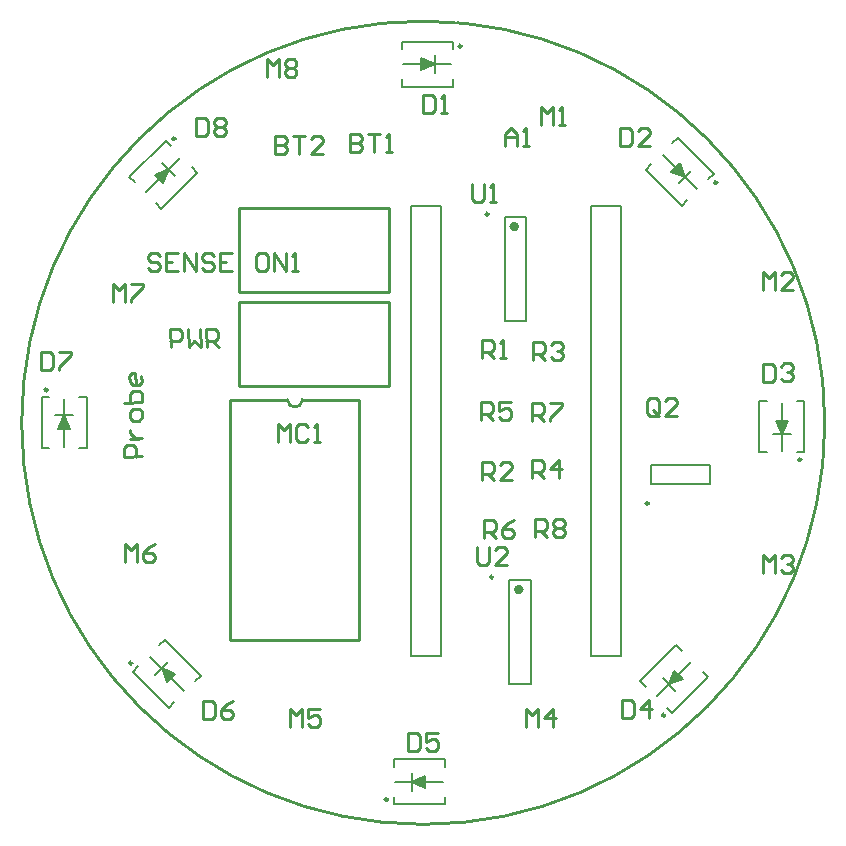
<source format=gto>
G04*
G04 #@! TF.GenerationSoftware,Altium Limited,CircuitMaker,2.1.0 (2.1.0.4)*
G04*
G04 Layer_Color=15132400*
%FSLAX44Y44*%
%MOMM*%
G71*
G04*
G04 #@! TF.SameCoordinates,92338436-DD38-40F9-96A6-762CB33EEFC5*
G04*
G04*
G04 #@! TF.FilePolarity,Positive*
G04*
G01*
G75*
%ADD10C,0.2540*%
%ADD11C,0.4000*%
%ADD12C,0.2500*%
%ADD13C,0.2000*%
%ADD14C,0.1270*%
G36*
X349709Y643834D02*
X338279Y638754D01*
Y648914D01*
X349709Y643834D01*
D02*
G37*
G36*
X561674Y548062D02*
X549999Y552552D01*
X557183Y559736D01*
X561674Y548062D01*
D02*
G37*
G36*
X120084Y542900D02*
X112900Y550084D01*
X124574Y554574D01*
X120084Y542900D01*
D02*
G37*
G36*
X41164Y335004D02*
X31004D01*
X36084Y346434D01*
X41164Y335004D01*
D02*
G37*
G36*
X643834Y330459D02*
X638754Y341889D01*
X648914D01*
X643834Y330459D01*
D02*
G37*
G36*
X130169Y127616D02*
X122985Y120432D01*
X118494Y132106D01*
X130169Y127616D01*
D02*
G37*
G36*
X559736Y122985D02*
X548062Y118494D01*
X552552Y130169D01*
X559736Y122985D01*
D02*
G37*
G36*
X341889Y31254D02*
X330459Y36334D01*
X341889Y41414D01*
Y31254D01*
D02*
G37*
D10*
X130334Y580617D02*
G03*
X130334Y580617I-1270J0D01*
G01*
X93722Y136596D02*
G03*
X93722Y136596I-1270J0D01*
G01*
X22114Y368024D02*
G03*
X22114Y368024I-1270J0D01*
G01*
X310139Y21094D02*
G03*
X310139Y21094I-1270J0D01*
G01*
X544842Y92452D02*
G03*
X544842Y92452I-1270J0D01*
G01*
X660344Y308869D02*
G03*
X660344Y308869I-1270J0D01*
G01*
X588986Y543572D02*
G03*
X588986Y543572I-1270J0D01*
G01*
X372569Y659074D02*
G03*
X372569Y659074I-1270J0D01*
G01*
X680084Y340084D02*
G03*
X680084Y340084I-340000J0D01*
G01*
X225084Y359704D02*
G03*
X237784Y359704I6350J0D01*
G01*
X311444Y451144D02*
Y522264D01*
X184444D02*
X311444D01*
X184444Y451144D02*
Y522264D01*
Y451144D02*
X311444D01*
X184444Y371134D02*
Y442254D01*
Y371134D02*
X311444D01*
Y442254D01*
X184444D02*
X311444D01*
X176824Y156504D02*
Y359704D01*
Y156504D02*
X286044D01*
Y359704D01*
X237784D02*
X286044D01*
X176824D02*
X225084D01*
X16804Y400085D02*
Y384850D01*
X24422D01*
X26961Y387389D01*
Y397546D01*
X24422Y400085D01*
X16804D01*
X32039D02*
X42196D01*
Y397546D01*
X32039Y387389D01*
Y384850D01*
X147388Y597701D02*
Y582467D01*
X155006D01*
X157545Y585006D01*
Y595162D01*
X155006Y597701D01*
X147388D01*
X162623Y595162D02*
X165162Y597701D01*
X170241D01*
X172780Y595162D01*
Y592623D01*
X170241Y590084D01*
X172780Y587545D01*
Y585006D01*
X170241Y582467D01*
X165162D01*
X162623Y585006D01*
Y587545D01*
X165162Y590084D01*
X162623Y592623D01*
Y595162D01*
X165162Y590084D02*
X170241D01*
X102288Y311543D02*
X87054Y311373D01*
X86969Y318990D01*
X89480Y321557D01*
X94558Y321614D01*
X97125Y319103D01*
X97210Y311486D01*
X91962Y326664D02*
X102118Y326777D01*
X97040Y326720D01*
X94473Y329231D01*
X91905Y331741D01*
X91877Y334281D01*
X101919Y344550D02*
X101863Y349628D01*
X99295Y352139D01*
X94217Y352082D01*
X91707Y349515D01*
X91763Y344437D01*
X94331Y341926D01*
X99409Y341983D01*
X101919Y344550D01*
X86543Y357075D02*
X101778Y357245D01*
X101692Y364862D01*
X99125Y367373D01*
X96586Y367345D01*
X94047Y367316D01*
X91536Y364749D01*
X91622Y357132D01*
X101522Y380096D02*
X101579Y375018D01*
X99068Y372451D01*
X93990Y372394D01*
X91423Y374905D01*
X91366Y379983D01*
X93877Y382550D01*
X96416Y382579D01*
X96529Y372423D01*
X540041Y348527D02*
Y358684D01*
X537501Y361223D01*
X532423D01*
X529884Y358684D01*
Y348527D01*
X532423Y345988D01*
X537501D01*
X534962Y351066D02*
X540041Y345988D01*
X537501D02*
X540041Y348527D01*
X555276Y345988D02*
X545119D01*
X555276Y356145D01*
Y358684D01*
X552737Y361223D01*
X547658D01*
X545119Y358684D01*
X339927Y617701D02*
Y602467D01*
X347545D01*
X350084Y605006D01*
Y615162D01*
X347545Y617701D01*
X339927D01*
X355162Y602467D02*
X360241D01*
X357702D01*
Y617701D01*
X355162Y615162D01*
X385358Y234731D02*
Y222035D01*
X387897Y219496D01*
X392976D01*
X395515Y222035D01*
Y234731D01*
X410750Y219496D02*
X400593D01*
X410750Y229653D01*
Y232192D01*
X408211Y234731D01*
X403132D01*
X400593Y232192D01*
X381548Y542071D02*
Y529375D01*
X384087Y526836D01*
X389165D01*
X391705Y529375D01*
Y542071D01*
X396783Y526836D02*
X401861D01*
X399322D01*
Y542071D01*
X396783Y539532D01*
X117151Y481622D02*
X114612Y484161D01*
X109534D01*
X106995Y481622D01*
Y479083D01*
X109534Y476544D01*
X114612D01*
X117151Y474005D01*
Y471466D01*
X114612Y468927D01*
X109534D01*
X106995Y471466D01*
X132386Y484161D02*
X122230D01*
Y468927D01*
X132386D01*
X122230Y476544D02*
X127308D01*
X137465Y468927D02*
Y484161D01*
X147621Y468927D01*
Y484161D01*
X162857Y481622D02*
X160317Y484161D01*
X155239D01*
X152700Y481622D01*
Y479083D01*
X155239Y476544D01*
X160317D01*
X162857Y474005D01*
Y471466D01*
X160317Y468927D01*
X155239D01*
X152700Y471466D01*
X178092Y484161D02*
X167935D01*
Y468927D01*
X178092D01*
X167935Y476544D02*
X173013D01*
X206022Y484161D02*
X200944D01*
X198405Y481622D01*
Y471466D01*
X200944Y468927D01*
X206022D01*
X208562Y471466D01*
Y481622D01*
X206022Y484161D01*
X213640Y468927D02*
Y484161D01*
X223797Y468927D01*
Y484161D01*
X228875Y468927D02*
X233953D01*
X231414D01*
Y484161D01*
X228875Y481622D01*
X434634Y243372D02*
Y258607D01*
X442252D01*
X444791Y256068D01*
Y250989D01*
X442252Y248450D01*
X434634D01*
X439712D02*
X444791Y243372D01*
X449869Y256068D02*
X452408Y258607D01*
X457487D01*
X460026Y256068D01*
Y253529D01*
X457487Y250989D01*
X460026Y248450D01*
Y245911D01*
X457487Y243372D01*
X452408D01*
X449869Y245911D01*
Y248450D01*
X452408Y250989D01*
X449869Y253529D01*
Y256068D01*
X452408Y250989D02*
X457487D01*
X432094Y341162D02*
Y356397D01*
X439711D01*
X442251Y353858D01*
Y348779D01*
X439711Y346240D01*
X432094D01*
X437172D02*
X442251Y341162D01*
X447329Y356397D02*
X457486D01*
Y353858D01*
X447329Y343701D01*
Y341162D01*
X391454Y242102D02*
Y257337D01*
X399072D01*
X401611Y254798D01*
Y249720D01*
X399072Y247180D01*
X391454D01*
X396532D02*
X401611Y242102D01*
X416846Y257337D02*
X411767Y254798D01*
X406689Y249720D01*
Y244641D01*
X409228Y242102D01*
X414307D01*
X416846Y244641D01*
Y247180D01*
X414307Y249720D01*
X406689D01*
X388914Y342432D02*
Y357667D01*
X396531D01*
X399071Y355128D01*
Y350050D01*
X396531Y347510D01*
X388914D01*
X393992D02*
X399071Y342432D01*
X414306Y357667D02*
X404149D01*
Y350050D01*
X409227Y352589D01*
X411767D01*
X414306Y350050D01*
Y344971D01*
X411767Y342432D01*
X406688D01*
X404149Y344971D01*
X432094Y292902D02*
Y308137D01*
X439711D01*
X442251Y305598D01*
Y300520D01*
X439711Y297980D01*
X432094D01*
X437172D02*
X442251Y292902D01*
X454947D02*
Y308137D01*
X447329Y300520D01*
X457486D01*
X433364Y393232D02*
Y408467D01*
X440981D01*
X443521Y405928D01*
Y400849D01*
X440981Y398310D01*
X433364D01*
X438442D02*
X443521Y393232D01*
X448599Y405928D02*
X451138Y408467D01*
X456217D01*
X458756Y405928D01*
Y403389D01*
X456217Y400849D01*
X453677D01*
X456217D01*
X458756Y398310D01*
Y395771D01*
X456217Y393232D01*
X451138D01*
X448599Y395771D01*
X390184Y291632D02*
Y306867D01*
X397802D01*
X400341Y304328D01*
Y299249D01*
X397802Y296710D01*
X390184D01*
X395262D02*
X400341Y291632D01*
X415576D02*
X405419D01*
X415576Y301789D01*
Y304328D01*
X413037Y306867D01*
X407958D01*
X405419Y304328D01*
X390184Y394502D02*
Y409737D01*
X397802D01*
X400341Y407198D01*
Y402119D01*
X397802Y399580D01*
X390184D01*
X395262D02*
X400341Y394502D01*
X405419D02*
X410497D01*
X407958D01*
Y409737D01*
X405419Y407198D01*
X126139Y403872D02*
X125926Y419106D01*
X133543Y419213D01*
X136117Y416710D01*
X136188Y411632D01*
X133685Y409057D01*
X126068Y408950D01*
X141159Y419320D02*
X141373Y404086D01*
X146380Y409235D01*
X151529Y404228D01*
X151315Y419462D01*
X156607Y404300D02*
X156393Y419533D01*
X164010Y419640D01*
X166584Y417137D01*
X166656Y412059D01*
X164152Y409484D01*
X156535Y409378D01*
X161613Y409449D02*
X166762Y404442D01*
X217470Y324146D02*
Y339381D01*
X222548Y334303D01*
X227626Y339381D01*
Y324146D01*
X242862Y336842D02*
X240322Y339381D01*
X235244D01*
X232705Y336842D01*
Y326686D01*
X235244Y324146D01*
X240322D01*
X242862Y326686D01*
X247940Y324146D02*
X253018D01*
X250479D01*
Y339381D01*
X247940Y336842D01*
X627388Y452467D02*
Y467702D01*
X632467Y462623D01*
X637545Y467702D01*
Y452467D01*
X652780D02*
X642623D01*
X652780Y462623D01*
Y465162D01*
X650241Y467702D01*
X645162D01*
X642623Y465162D01*
X207388Y632467D02*
Y647701D01*
X212467Y642623D01*
X217545Y647701D01*
Y632467D01*
X222623Y645162D02*
X225162Y647701D01*
X230241D01*
X232780Y645162D01*
Y642623D01*
X230241Y640084D01*
X232780Y637545D01*
Y635006D01*
X230241Y632467D01*
X225162D01*
X222623Y635006D01*
Y637545D01*
X225162Y640084D01*
X222623Y642623D01*
Y645162D01*
X225162Y640084D02*
X230241D01*
X427388Y82466D02*
Y97702D01*
X432467Y92623D01*
X437545Y97702D01*
Y82466D01*
X450241D02*
Y97702D01*
X442623Y90084D01*
X452780D01*
X87388Y222467D02*
Y237701D01*
X92466Y232623D01*
X97545Y237701D01*
Y222467D01*
X112780Y237701D02*
X107702Y235162D01*
X102623Y230084D01*
Y225006D01*
X105162Y222467D01*
X110241D01*
X112780Y225006D01*
Y227545D01*
X110241Y230084D01*
X102623D01*
X77388Y442467D02*
Y457701D01*
X82466Y452623D01*
X87545Y457701D01*
Y442467D01*
X92623Y457701D02*
X102780D01*
Y455162D01*
X92623Y445006D01*
Y442467D01*
X227388Y82466D02*
Y97702D01*
X232467Y92623D01*
X237545Y97702D01*
Y82466D01*
X252780Y97702D02*
X242623D01*
Y90084D01*
X247701Y92623D01*
X250241D01*
X252780Y90084D01*
Y85006D01*
X250241Y82466D01*
X245162D01*
X242623Y85006D01*
X627388Y212467D02*
Y227702D01*
X632467Y222623D01*
X637545Y227702D01*
Y212467D01*
X642623Y225162D02*
X645162Y227702D01*
X650241D01*
X652780Y225162D01*
Y222623D01*
X650241Y220084D01*
X647701D01*
X650241D01*
X652780Y217545D01*
Y215006D01*
X650241Y212467D01*
X645162D01*
X642623Y215006D01*
X439927Y592467D02*
Y607702D01*
X445006Y602623D01*
X450084Y607702D01*
Y592467D01*
X455162D02*
X460241D01*
X457702D01*
Y607702D01*
X455162Y605162D01*
X409237Y574337D02*
Y584493D01*
X414316Y589571D01*
X419394Y584493D01*
Y574337D01*
Y581954D01*
X409237D01*
X424472Y574337D02*
X429551D01*
X427012D01*
Y589571D01*
X424472Y587032D01*
X153968Y104431D02*
Y89197D01*
X161586D01*
X164125Y91736D01*
Y101892D01*
X161586Y104431D01*
X153968D01*
X179360D02*
X174282Y101892D01*
X169203Y96814D01*
Y91736D01*
X171742Y89197D01*
X176821D01*
X179360Y91736D01*
Y94275D01*
X176821Y96814D01*
X169203D01*
X327388Y77702D02*
Y62467D01*
X335006D01*
X337545Y65006D01*
Y75162D01*
X335006Y77702D01*
X327388D01*
X352780D02*
X342623D01*
Y70084D01*
X347701Y72623D01*
X350241D01*
X352780Y70084D01*
Y65006D01*
X350241Y62467D01*
X345162D01*
X342623Y65006D01*
X508298Y105702D02*
Y90466D01*
X515916D01*
X518455Y93006D01*
Y103162D01*
X515916Y105702D01*
X508298D01*
X531151Y90466D02*
Y105702D01*
X523533Y98084D01*
X533690D01*
X627522Y389915D02*
X627840Y374683D01*
X635456Y374842D01*
X637941Y377434D01*
X637729Y387588D01*
X635138Y390074D01*
X627522Y389915D01*
X642807Y387694D02*
X645292Y390286D01*
X650369Y390392D01*
X652961Y387906D01*
X653014Y385368D01*
X650528Y382776D01*
X647990Y382723D01*
X650528Y382776D01*
X653120Y380290D01*
X653173Y377752D01*
X650687Y375160D01*
X645610Y375054D01*
X643019Y377540D01*
X507028Y589571D02*
Y574337D01*
X514646D01*
X517185Y576876D01*
Y587032D01*
X514646Y589571D01*
X507028D01*
X532420Y574337D02*
X522263D01*
X532420Y584493D01*
Y587032D01*
X529881Y589571D01*
X524802D01*
X522263Y587032D01*
X214924Y582965D02*
Y567730D01*
X222542D01*
X225081Y570269D01*
Y572808D01*
X222542Y575348D01*
X214924D01*
X222542D01*
X225081Y577887D01*
Y580426D01*
X222542Y582965D01*
X214924D01*
X230159D02*
X240316D01*
X235237D01*
Y567730D01*
X255551D02*
X245394D01*
X255551Y577887D01*
Y580426D01*
X253012Y582965D01*
X247933D01*
X245394Y580426D01*
X278424Y584235D02*
Y569000D01*
X286042D01*
X288581Y571539D01*
Y574078D01*
X286042Y576618D01*
X278424D01*
X286042D01*
X288581Y579157D01*
Y581696D01*
X286042Y584235D01*
X278424D01*
X293659D02*
X303816D01*
X298737D01*
Y569000D01*
X308894D02*
X313972D01*
X311433D01*
Y584235D01*
X308894Y581696D01*
D11*
X422934Y198854D02*
G03*
X422934Y198854I-2000J0D01*
G01*
X419124Y506194D02*
G03*
X419124Y506194I-2000J0D01*
G01*
D12*
X399184Y209454D02*
G03*
X399184Y209454I-1250J0D01*
G01*
X531024Y271704D02*
G03*
X531024Y271704I-1250J0D01*
G01*
X395374Y516794D02*
G03*
X395374Y516794I-1250J0D01*
G01*
D13*
X120084Y542900D02*
X124574Y554574D01*
X112900Y550084D02*
X120084Y542900D01*
X112900Y550084D02*
X124574Y554574D01*
X119186Y559962D02*
X129963Y549186D01*
X105716Y535716D02*
X134452Y564452D01*
X91347Y548288D02*
X95837Y543798D01*
X113798Y525837D02*
X118288Y521347D01*
X148821Y551880D01*
X144331Y556370D02*
X148821Y551880D01*
X121880Y578821D02*
X126370Y574331D01*
X91347Y548288D02*
X121880Y578821D01*
X94248Y129412D02*
X124780Y98879D01*
X94248Y129412D02*
X98738Y133902D01*
X116698Y151863D02*
X121188Y156353D01*
X151721Y125820D01*
X147232Y121330D02*
X151721Y125820D01*
X124780Y98879D02*
X129271Y103369D01*
X108616Y141984D02*
X137353Y113248D01*
X113106Y126718D02*
X123883Y137494D01*
X118494Y132106D02*
X122985Y120432D01*
X130169Y127616D01*
X118494Y132106D02*
X130169Y127616D01*
X17034Y318494D02*
Y361674D01*
X23384D01*
X48784D02*
X55134D01*
Y318494D02*
Y361674D01*
X48784Y318494D02*
X55134D01*
X17034D02*
X23384D01*
X36084Y319764D02*
Y360404D01*
X28464Y346434D02*
X43704D01*
X31004Y335004D02*
X36084Y346434D01*
X31004Y335004D02*
X41164D01*
X36084Y346434D02*
X41164Y335004D01*
X315219Y17284D02*
X358399D01*
X315219D02*
Y23634D01*
Y49034D02*
Y55384D01*
X358399D01*
Y49034D02*
Y55384D01*
Y17284D02*
Y23634D01*
X316489Y36334D02*
X357129D01*
X330459Y28714D02*
Y43954D01*
Y36334D02*
X341889Y31254D01*
Y41414D01*
X330459Y36334D02*
X341889Y41414D01*
X550756Y94248D02*
X581288Y124780D01*
X546266Y98738D02*
X550756Y94248D01*
X523815Y121188D02*
X528305Y116699D01*
X523815Y121188D02*
X554348Y151721D01*
X558838Y147232D01*
X576799Y129271D02*
X581288Y124780D01*
X538184Y108616D02*
X566920Y137353D01*
X542673Y123883D02*
X553450Y113106D01*
X548062Y118494D02*
X559736Y122985D01*
X552552Y130169D02*
X559736Y122985D01*
X548062Y118494D02*
X552552Y130169D01*
X662884Y315219D02*
Y358399D01*
X656534Y315219D02*
X662884D01*
X624784D02*
X631134D01*
X624784D02*
Y358399D01*
X631134D01*
X656534D02*
X662884D01*
X643834Y316489D02*
Y357129D01*
X636214Y330459D02*
X651454D01*
X643834D02*
X648914Y341889D01*
X638754D02*
X648914D01*
X638754D02*
X643834Y330459D01*
X555388Y581288D02*
X585920Y550756D01*
X581430Y546266D02*
X585920Y550756D01*
X558980Y523815D02*
X563469Y528305D01*
X528447Y554348D02*
X558980Y523815D01*
X528447Y554348D02*
X532937Y558838D01*
X550897Y576799D02*
X555388Y581288D01*
X542815Y566920D02*
X571552Y538184D01*
X556285Y542673D02*
X567062Y553450D01*
X557183Y559736D02*
X561674Y548062D01*
X549999Y552552D02*
X557183Y559736D01*
X549999Y552552D02*
X561674Y548062D01*
X321769Y662884D02*
X364949D01*
Y656534D02*
Y662884D01*
Y624784D02*
Y631134D01*
X321769Y624784D02*
X364949D01*
X321769D02*
Y631134D01*
Y656534D02*
Y662884D01*
X323039Y643834D02*
X363679D01*
X349709Y636214D02*
Y651454D01*
X338279Y648914D02*
X349709Y643834D01*
X338279Y638754D02*
Y648914D01*
Y638754D02*
X349709Y643834D01*
X412934Y118854D02*
X430934D01*
X412934Y206854D02*
X430934D01*
Y118854D02*
Y206854D01*
X412934Y118854D02*
Y206854D01*
X532824Y288204D02*
X582824D01*
X532824Y304204D02*
X582824D01*
X532824Y288204D02*
Y304204D01*
X582824Y288204D02*
Y304204D01*
X409124Y426194D02*
Y514194D01*
X427124Y426194D02*
Y514194D01*
X409124D02*
X427124D01*
X409124Y426194D02*
X427124D01*
D14*
X329924Y523974D02*
X355324D01*
Y142974D02*
Y523974D01*
X329924Y142974D02*
X355324D01*
X329924D02*
Y523974D01*
X482324Y142974D02*
Y523974D01*
Y142974D02*
X507724D01*
Y523974D01*
X482324D02*
X507724D01*
M02*

</source>
